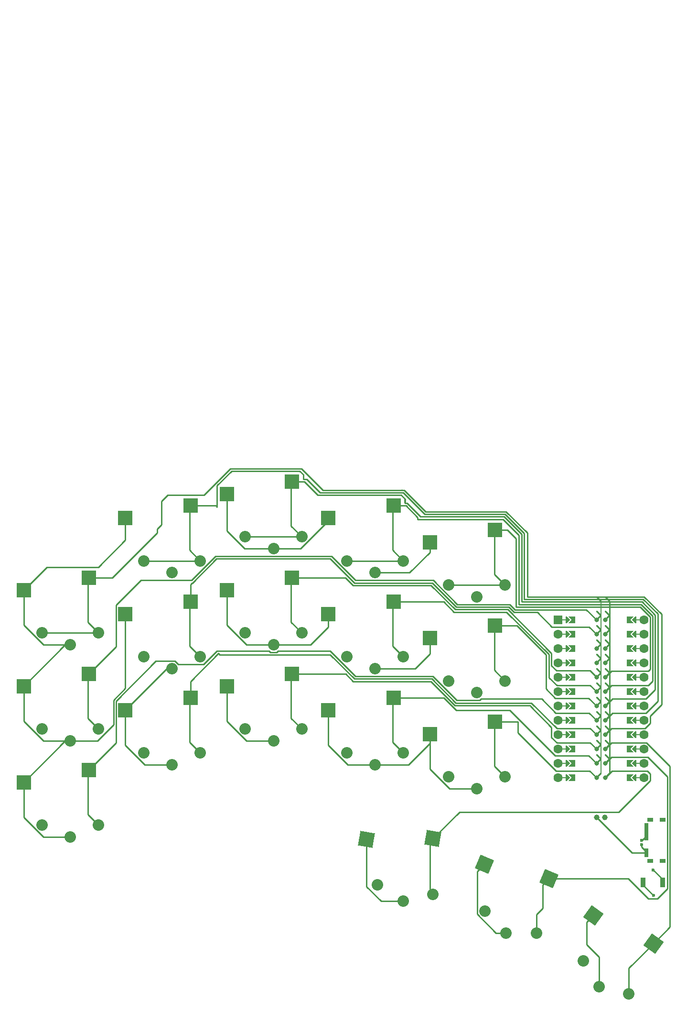
<source format=gbr>
%TF.GenerationSoftware,KiCad,Pcbnew,6.0.5*%
%TF.CreationDate,2022-06-05T22:04:44+02:00*%
%TF.ProjectId,main,6d61696e-2e6b-4696-9361-645f70636258,v1.0.0*%
%TF.SameCoordinates,Original*%
%TF.FileFunction,Copper,L1,Top*%
%TF.FilePolarity,Positive*%
%FSLAX46Y46*%
G04 Gerber Fmt 4.6, Leading zero omitted, Abs format (unit mm)*
G04 Created by KiCad (PCBNEW 6.0.5) date 2022-06-05 22:04:44*
%MOMM*%
%LPD*%
G01*
G04 APERTURE LIST*
G04 Aperture macros list*
%AMRotRect*
0 Rectangle, with rotation*
0 The origin of the aperture is its center*
0 $1 length*
0 $2 width*
0 $3 Rotation angle, in degrees counterclockwise*
0 Add horizontal line*
21,1,$1,$2,0,0,$3*%
%AMFreePoly0*
4,1,5,0.125000,-0.500000,-0.125000,-0.500000,-0.125000,0.500000,0.125000,0.500000,0.125000,-0.500000,0.125000,-0.500000,$1*%
%AMFreePoly1*
4,1,6,0.600000,0.200000,0.000000,-0.400000,-0.600000,0.200000,-0.600000,0.400000,0.600000,0.400000,0.600000,0.200000,0.600000,0.200000,$1*%
%AMFreePoly2*
4,1,6,0.600000,-0.250000,-0.600000,-0.250000,-0.600000,1.000000,0.000000,0.400000,0.600000,1.000000,0.600000,-0.250000,0.600000,-0.250000,$1*%
%AMFreePoly3*
4,1,49,0.088388,4.152388,0.854389,3.386388,0.867708,3.368551,0.871189,3.365530,0.871982,3.362827,0.875852,3.357644,0.882333,3.327543,0.891000,3.298000,0.891000,0.766000,0.887805,0.743969,0.888131,0.739371,0.886780,0.736898,0.885852,0.730498,0.869154,0.704638,0.854389,0.677612,0.088388,-0.088388,0.064607,-0.106146,0.062500,-0.108253,0.061385,-0.108552,0.059644,-0.109852,
0.043810,-0.113261,0.000000,-0.125000,-0.004774,-0.123721,-0.009154,-0.124664,-0.028953,-0.117242,-0.062500,-0.108253,-0.068237,-0.102516,-0.075052,-0.099961,-0.087614,-0.083139,-0.108253,-0.062500,-0.111178,-0.051584,-0.117161,-0.043572,-0.118539,-0.024114,-0.125000,0.000000,-0.121239,0.014035,-0.122131,0.026629,-0.113759,0.041953,-0.108253,0.062500,-0.095642,0.075111,-0.088388,0.088388,
0.641000,0.817777,0.641000,3.246223,-0.088388,3.975612,-0.109852,4.004356,-0.124664,4.073154,-0.099961,4.139052,-0.043572,4.181161,0.026629,4.186131,0.088388,4.152388,0.088388,4.152388,$1*%
%AMFreePoly4*
4,1,49,0.088388,4.152388,0.850389,3.390388,0.863708,3.372551,0.867189,3.369530,0.867982,3.366827,0.871852,3.361644,0.878333,3.331543,0.887000,3.302000,0.887000,0.762000,0.883805,0.739969,0.884131,0.735371,0.882780,0.732898,0.881852,0.726498,0.865154,0.700638,0.850389,0.673612,0.088388,-0.088388,0.064607,-0.106146,0.062500,-0.108253,0.061385,-0.108552,0.059644,-0.109852,
0.043810,-0.113261,0.000000,-0.125000,-0.004774,-0.123721,-0.009154,-0.124664,-0.028953,-0.117242,-0.062500,-0.108253,-0.068237,-0.102516,-0.075052,-0.099961,-0.087614,-0.083139,-0.108253,-0.062500,-0.111178,-0.051584,-0.117161,-0.043572,-0.118539,-0.024114,-0.125000,0.000000,-0.121239,0.014035,-0.122131,0.026629,-0.113759,0.041953,-0.108253,0.062500,-0.095642,0.075111,-0.088388,0.088388,
0.637000,0.813777,0.637000,3.250223,-0.088388,3.975612,-0.109852,4.004356,-0.124664,4.073154,-0.099961,4.139052,-0.043572,4.181161,0.026629,4.186131,0.088388,4.152388,0.088388,4.152388,$1*%
G04 Aperture macros list end*
%TA.AperFunction,ComponentPad*%
%ADD10C,1.000000*%
%TD*%
%TA.AperFunction,SMDPad,CuDef*%
%ADD11RotRect,2.600000X2.600000X324.000000*%
%TD*%
%TA.AperFunction,ComponentPad*%
%ADD12C,0.600000*%
%TD*%
%TA.AperFunction,ComponentPad*%
%ADD13C,2.032000*%
%TD*%
%TA.AperFunction,SMDPad,CuDef*%
%ADD14R,2.600000X2.600000*%
%TD*%
%TA.AperFunction,SMDPad,CuDef*%
%ADD15RotRect,2.600000X2.600000X337.000000*%
%TD*%
%TA.AperFunction,SMDPad,CuDef*%
%ADD16R,1.000000X0.800000*%
%TD*%
%TA.AperFunction,SMDPad,CuDef*%
%ADD17R,0.700000X1.500000*%
%TD*%
%TA.AperFunction,SMDPad,CuDef*%
%ADD18RotRect,2.600000X2.600000X350.000000*%
%TD*%
%TA.AperFunction,SMDPad,CuDef*%
%ADD19R,0.900000X1.700000*%
%TD*%
%TA.AperFunction,ComponentPad*%
%ADD20C,1.600000*%
%TD*%
%TA.AperFunction,SMDPad,CuDef*%
%ADD21FreePoly0,90.000000*%
%TD*%
%TA.AperFunction,SMDPad,CuDef*%
%ADD22FreePoly1,90.000000*%
%TD*%
%TA.AperFunction,SMDPad,CuDef*%
%ADD23FreePoly0,270.000000*%
%TD*%
%TA.AperFunction,SMDPad,CuDef*%
%ADD24FreePoly1,270.000000*%
%TD*%
%TA.AperFunction,ComponentPad*%
%ADD25R,1.600000X1.600000*%
%TD*%
%TA.AperFunction,SMDPad,CuDef*%
%ADD26FreePoly2,270.000000*%
%TD*%
%TA.AperFunction,SMDPad,CuDef*%
%ADD27FreePoly3,270.000000*%
%TD*%
%TA.AperFunction,ComponentPad*%
%ADD28C,0.800000*%
%TD*%
%TA.AperFunction,SMDPad,CuDef*%
%ADD29FreePoly2,90.000000*%
%TD*%
%TA.AperFunction,SMDPad,CuDef*%
%ADD30FreePoly4,90.000000*%
%TD*%
%TA.AperFunction,Conductor*%
%ADD31C,0.250000*%
%TD*%
G04 APERTURE END LIST*
D10*
%TO.P,,1*%
%TO.N,pos*%
X111250000Y-2500000D03*
%TO.P,,2*%
%TO.N,GND*%
X112750000Y-2500000D03*
%TD*%
D11*
%TO.P,S36,1*%
%TO.N,P14*%
X121318485Y-24803309D03*
%TO.P,S36,2*%
%TO.N,GND*%
X110681211Y-19794226D03*
%TD*%
D12*
%TO.P,REF\u002A\u002A,1*%
%TO.N,RAW*%
X119250000Y-6500000D03*
%TD*%
D13*
%TO.P,S7,1*%
%TO.N,P6*%
X41000000Y8950000D03*
X31000000Y8950000D03*
%TO.P,S7,2*%
%TO.N,GND*%
X36000000Y6850000D03*
X36000000Y6850000D03*
%TD*%
D14*
%TO.P,S30,1*%
%TO.N,P21*%
X93275000Y48450000D03*
%TO.P,S30,2*%
%TO.N,GND*%
X81725000Y46250000D03*
%TD*%
%TO.P,S6,1*%
%TO.N,P15*%
X21275000Y39950000D03*
%TO.P,S6,2*%
%TO.N,GND*%
X9725000Y37750000D03*
%TD*%
D13*
%TO.P,S5,1*%
%TO.N,P15*%
X23000000Y30200000D03*
X13000000Y30200000D03*
%TO.P,S5,2*%
%TO.N,GND*%
X18000000Y28100000D03*
X18000000Y28100000D03*
%TD*%
%TO.P,S1,1*%
%TO.N,P5*%
X13000000Y-3800000D03*
X23000000Y-3800000D03*
%TO.P,S1,2*%
%TO.N,GND*%
X18000000Y-5900000D03*
X18000000Y-5900000D03*
%TD*%
%TO.P,S35,1*%
%TO.N,P14*%
X108892963Y-27827301D03*
X116983133Y-33705154D03*
%TO.P,S35,2*%
%TO.N,GND*%
X111703699Y-32465163D03*
X111703699Y-32465163D03*
%TD*%
D14*
%TO.P,S14,1*%
%TO.N,P7*%
X57275000Y22950000D03*
%TO.P,S14,2*%
%TO.N,GND*%
X45725000Y20750000D03*
%TD*%
%TO.P,S16,1*%
%TO.N,P2*%
X57275000Y39950000D03*
%TO.P,S16,2*%
%TO.N,GND*%
X45725000Y37750000D03*
%TD*%
%TO.P,S12,1*%
%TO.N,P18*%
X39275000Y52700000D03*
%TO.P,S12,2*%
%TO.N,GND*%
X27725000Y50500000D03*
%TD*%
D13*
%TO.P,S3,1*%
%TO.N,P1*%
X13000000Y13200000D03*
X23000000Y13200000D03*
%TO.P,S3,2*%
%TO.N,GND*%
X18000000Y11100000D03*
X18000000Y11100000D03*
%TD*%
D14*
%TO.P,S20,1*%
%TO.N,P8*%
X75275000Y18700000D03*
%TO.P,S20,2*%
%TO.N,GND*%
X63725000Y16500000D03*
%TD*%
D13*
%TO.P,S31,1*%
%TO.N,P10*%
X82264176Y-16110510D03*
X72416098Y-14374029D03*
%TO.P,S31,2*%
%TO.N,GND*%
X76975476Y-17310366D03*
X76975476Y-17310366D03*
%TD*%
D14*
%TO.P,S8,1*%
%TO.N,P6*%
X39275000Y18700000D03*
%TO.P,S8,2*%
%TO.N,GND*%
X27725000Y16500000D03*
%TD*%
D15*
%TO.P,S34,1*%
%TO.N,P16*%
X102847741Y-13281036D03*
%TO.P,S34,2*%
%TO.N,GND*%
X91356301Y-10793202D03*
%TD*%
D16*
%TO.P,,*%
%TO.N,*%
X122930000Y-10150000D03*
X120720000Y-2850000D03*
X122930000Y-2850000D03*
X120720000Y-10150000D03*
D17*
%TO.P,,1*%
%TO.N,pos*%
X120070000Y-8750000D03*
%TO.P,,2*%
%TO.N,RAW*%
X120070000Y-5750000D03*
%TO.P,,3*%
%TO.N,N/C*%
X120070000Y-4250000D03*
%TD*%
D14*
%TO.P,S4,1*%
%TO.N,P1*%
X21275000Y22950000D03*
%TO.P,S4,2*%
%TO.N,GND*%
X9725000Y20750000D03*
%TD*%
D13*
%TO.P,S29,1*%
%TO.N,P21*%
X85000000Y38700000D03*
X95000000Y38700000D03*
%TO.P,S29,2*%
%TO.N,GND*%
X90000000Y36600000D03*
X90000000Y36600000D03*
%TD*%
D18*
%TO.P,S32,1*%
%TO.N,P10*%
X82258452Y-6209092D03*
%TO.P,S32,2*%
%TO.N,GND*%
X70501897Y-6370032D03*
%TD*%
D14*
%TO.P,S22,1*%
%TO.N,P3*%
X75275000Y35700000D03*
%TO.P,S22,2*%
%TO.N,GND*%
X63725000Y33500000D03*
%TD*%
D13*
%TO.P,S23,1*%
%TO.N,P20*%
X77000000Y42950000D03*
X67000000Y42950000D03*
%TO.P,S23,2*%
%TO.N,GND*%
X72000000Y40850000D03*
X72000000Y40850000D03*
%TD*%
%TO.P,S25,1*%
%TO.N,P9*%
X95000000Y4700000D03*
X85000000Y4700000D03*
%TO.P,S25,2*%
%TO.N,GND*%
X90000000Y2600000D03*
X90000000Y2600000D03*
%TD*%
D14*
%TO.P,S24,1*%
%TO.N,P20*%
X75275000Y52700000D03*
%TO.P,S24,2*%
%TO.N,GND*%
X63725000Y50500000D03*
%TD*%
D19*
%TO.P,,1*%
%TO.N,RST*%
X122929022Y-14000000D03*
%TO.P,,2*%
%TO.N,GND*%
X119529022Y-14000000D03*
%TD*%
D14*
%TO.P,S10,1*%
%TO.N,P0*%
X39275000Y35700000D03*
%TO.P,S10,2*%
%TO.N,GND*%
X27725000Y33500000D03*
%TD*%
D12*
%TO.P,REF\u002A\u002A,1*%
%TO.N,GND*%
X121329022Y-16250000D03*
%TD*%
D13*
%TO.P,S27,1*%
%TO.N,P4*%
X85000000Y21700000D03*
X95000000Y21700000D03*
%TO.P,S27,2*%
%TO.N,GND*%
X90000000Y19600000D03*
X90000000Y19600000D03*
%TD*%
%TO.P,S33,1*%
%TO.N,P16*%
X91420934Y-19022658D03*
X100625983Y-22929969D03*
%TO.P,S33,2*%
%TO.N,GND*%
X95202923Y-22909374D03*
X95202923Y-22909374D03*
%TD*%
%TO.P,S15,1*%
%TO.N,P2*%
X59000000Y30200000D03*
X49000000Y30200000D03*
%TO.P,S15,2*%
%TO.N,GND*%
X54000000Y28100000D03*
X54000000Y28100000D03*
%TD*%
D14*
%TO.P,S28,1*%
%TO.N,P4*%
X93275000Y31450000D03*
%TO.P,S28,2*%
%TO.N,GND*%
X81725000Y29250000D03*
%TD*%
D13*
%TO.P,S9,1*%
%TO.N,P0*%
X31000000Y25950000D03*
X41000000Y25950000D03*
%TO.P,S9,2*%
%TO.N,GND*%
X36000000Y23850000D03*
X36000000Y23850000D03*
%TD*%
D20*
%TO.P,MCU1,*%
%TO.N,*%
X119620000Y4530000D03*
D21*
X105650000Y27390000D03*
D22*
X106158000Y17230000D03*
D20*
X119620000Y19770000D03*
D22*
X106158000Y27390000D03*
D20*
X119620000Y7070000D03*
X104380000Y19770000D03*
D23*
X118350000Y7070000D03*
D24*
X117842000Y9610000D03*
X117842000Y32470000D03*
D21*
X105650000Y29930000D03*
D22*
X106158000Y29930000D03*
X106158000Y12150000D03*
D23*
X118350000Y17230000D03*
X118350000Y24850000D03*
X118350000Y22310000D03*
X118350000Y4530000D03*
D24*
X117842000Y4530000D03*
D23*
X118350000Y9610000D03*
D24*
X117842000Y24850000D03*
X117842000Y7070000D03*
X117842000Y17230000D03*
D20*
X104380000Y12150000D03*
X119620000Y32470000D03*
D21*
X105650000Y14690000D03*
D25*
X104380000Y32470000D03*
D23*
X118350000Y19770000D03*
X118350000Y14690000D03*
D21*
X105650000Y32470000D03*
D22*
X106158000Y9610000D03*
D20*
X104380000Y4530000D03*
D21*
X105650000Y9610000D03*
D20*
X104380000Y32470000D03*
D22*
X106158000Y22310000D03*
X106158000Y7070000D03*
D24*
X117842000Y12150000D03*
D20*
X119620000Y27390000D03*
D21*
X105650000Y7070000D03*
D20*
X119620000Y22310000D03*
X119620000Y17230000D03*
X104380000Y17230000D03*
D24*
X117842000Y22310000D03*
D22*
X106158000Y14690000D03*
D20*
X119620000Y14690000D03*
X104380000Y9610000D03*
D21*
X105650000Y4530000D03*
D20*
X104380000Y24850000D03*
D22*
X106158000Y24850000D03*
D24*
X117842000Y14690000D03*
X117842000Y27390000D03*
D20*
X104380000Y29930000D03*
D22*
X106158000Y32470000D03*
X106158000Y4530000D03*
D20*
X119620000Y9610000D03*
D21*
X105650000Y12150000D03*
D20*
X104380000Y27390000D03*
X119620000Y29930000D03*
D23*
X118350000Y29930000D03*
D20*
X119620000Y12150000D03*
X119620000Y24850000D03*
D23*
X118350000Y32470000D03*
D24*
X117842000Y29930000D03*
D20*
X104380000Y7070000D03*
D21*
X105650000Y19770000D03*
D24*
X117842000Y19770000D03*
D21*
X105650000Y17230000D03*
X105650000Y24850000D03*
X105650000Y22310000D03*
D20*
X104380000Y22310000D03*
D23*
X118350000Y27390000D03*
D22*
X106158000Y19770000D03*
D20*
X104380000Y14690000D03*
D23*
X118350000Y12150000D03*
D26*
%TO.P,MCU1,1*%
%TO.N,RAW*%
X116826000Y32470000D03*
D27*
X112762000Y32470000D03*
D28*
X112762000Y32470000D03*
D27*
%TO.P,MCU1,2*%
%TO.N,GND*%
X112762000Y29930000D03*
D26*
X116826000Y29930000D03*
D28*
X112762000Y29930000D03*
D26*
%TO.P,MCU1,3*%
%TO.N,RST*%
X116826000Y27390000D03*
D28*
X112762000Y27390000D03*
D27*
X112762000Y27390000D03*
D26*
%TO.P,MCU1,4*%
%TO.N,VCC*%
X116826000Y24850000D03*
D28*
X112762000Y24850000D03*
D27*
X112762000Y24850000D03*
%TO.P,MCU1,5*%
%TO.N,P21*%
X112762000Y22310000D03*
D28*
X112762000Y22310000D03*
D26*
X116826000Y22310000D03*
%TO.P,MCU1,6*%
%TO.N,P20*%
X116826000Y19770000D03*
D27*
X112762000Y19770000D03*
D28*
X112762000Y19770000D03*
D26*
%TO.P,MCU1,7*%
%TO.N,P19*%
X116826000Y17230000D03*
D27*
X112762000Y17230000D03*
D28*
X112762000Y17230000D03*
%TO.P,MCU1,8*%
%TO.N,P18*%
X112762000Y14690000D03*
D26*
X116826000Y14690000D03*
D27*
X112762000Y14690000D03*
D26*
%TO.P,MCU1,9*%
%TO.N,P15*%
X116826000Y12150000D03*
D28*
X112762000Y12150000D03*
D27*
X112762000Y12150000D03*
%TO.P,MCU1,10*%
%TO.N,P14*%
X112762000Y9610000D03*
D26*
X116826000Y9610000D03*
D28*
X112762000Y9610000D03*
%TO.P,MCU1,11*%
%TO.N,P16*%
X112762000Y7070000D03*
D26*
X116826000Y7070000D03*
D27*
X112762000Y7070000D03*
D28*
%TO.P,MCU1,12*%
%TO.N,P10*%
X112762000Y4530000D03*
D27*
X112762000Y4530000D03*
D26*
X116826000Y4530000D03*
D28*
%TO.P,MCU1,13*%
%TO.N,P9*%
X111238000Y4530000D03*
D29*
X107174000Y4530000D03*
D30*
X111238000Y4530000D03*
D28*
%TO.P,MCU1,14*%
%TO.N,P8*%
X111238000Y7070000D03*
D29*
X107174000Y7070000D03*
D30*
X111238000Y7070000D03*
%TO.P,MCU1,15*%
%TO.N,P7*%
X111238000Y9610000D03*
D29*
X107174000Y9610000D03*
D28*
X111238000Y9610000D03*
D29*
%TO.P,MCU1,16*%
%TO.N,P6*%
X107174000Y12150000D03*
D28*
X111238000Y12150000D03*
D30*
X111238000Y12150000D03*
%TO.P,MCU1,17*%
%TO.N,P5*%
X111238000Y14690000D03*
D28*
X111238000Y14690000D03*
D29*
X107174000Y14690000D03*
D28*
%TO.P,MCU1,18*%
%TO.N,P4*%
X111238000Y17230000D03*
D29*
X107174000Y17230000D03*
D30*
X111238000Y17230000D03*
%TO.P,MCU1,19*%
%TO.N,P3*%
X111238000Y19770000D03*
D28*
X111238000Y19770000D03*
D29*
X107174000Y19770000D03*
D30*
%TO.P,MCU1,20*%
%TO.N,P2*%
X111238000Y22310000D03*
D28*
X111238000Y22310000D03*
D29*
X107174000Y22310000D03*
D28*
%TO.P,MCU1,21*%
%TO.N,GND*%
X111238000Y24850000D03*
D29*
X107174000Y24850000D03*
D30*
X111238000Y24850000D03*
D29*
%TO.P,MCU1,22*%
X107174000Y27390000D03*
D28*
X111238000Y27390000D03*
D30*
X111238000Y27390000D03*
D28*
%TO.P,MCU1,23*%
%TO.N,P0*%
X111238000Y29930000D03*
D30*
X111238000Y29930000D03*
D29*
X107174000Y29930000D03*
D30*
%TO.P,MCU1,24*%
%TO.N,P1*%
X111238000Y32470000D03*
D29*
X107174000Y32470000D03*
D28*
X111238000Y32470000D03*
%TD*%
D13*
%TO.P,S11,1*%
%TO.N,P18*%
X31000000Y42950000D03*
X41000000Y42950000D03*
%TO.P,S11,2*%
%TO.N,GND*%
X36000000Y40850000D03*
X36000000Y40850000D03*
%TD*%
D12*
%TO.P,REF\u002A\u002A,1*%
%TO.N,pos*%
X119250000Y-7250000D03*
%TD*%
D14*
%TO.P,S26,1*%
%TO.N,P9*%
X93275000Y14450000D03*
%TO.P,S26,2*%
%TO.N,GND*%
X81725000Y12250000D03*
%TD*%
D13*
%TO.P,S17,1*%
%TO.N,P19*%
X49000000Y47200000D03*
X59000000Y47200000D03*
%TO.P,S17,2*%
%TO.N,GND*%
X54000000Y45100000D03*
X54000000Y45100000D03*
%TD*%
D14*
%TO.P,S18,1*%
%TO.N,P19*%
X57275000Y56950000D03*
%TO.P,S18,2*%
%TO.N,GND*%
X45725000Y54750000D03*
%TD*%
D12*
%TO.P,REF\u002A\u002A,1*%
%TO.N,RST*%
X121270978Y-11750000D03*
%TD*%
D13*
%TO.P,S21,1*%
%TO.N,P3*%
X67000000Y25950000D03*
X77000000Y25950000D03*
%TO.P,S21,2*%
%TO.N,GND*%
X72000000Y23850000D03*
X72000000Y23850000D03*
%TD*%
%TO.P,S13,1*%
%TO.N,P7*%
X49000000Y13200000D03*
X59000000Y13200000D03*
%TO.P,S13,2*%
%TO.N,GND*%
X54000000Y11100000D03*
X54000000Y11100000D03*
%TD*%
%TO.P,S19,1*%
%TO.N,P8*%
X77000000Y8950000D03*
X67000000Y8950000D03*
%TO.P,S19,2*%
%TO.N,GND*%
X72000000Y6850000D03*
X72000000Y6850000D03*
%TD*%
D14*
%TO.P,S2,1*%
%TO.N,P5*%
X21275000Y5950000D03*
%TO.P,S2,2*%
%TO.N,GND*%
X9725000Y3750000D03*
%TD*%
D31*
%TO.N,P5*%
X109928000Y16000000D02*
X111238000Y14690000D01*
X33166489Y25190511D02*
X36555259Y25190511D01*
X90795770Y18500000D02*
X101519700Y18500000D01*
X53444741Y26759489D02*
X54555259Y26759489D01*
X53204230Y27000000D02*
X53444741Y26759489D01*
X43945770Y27000000D02*
X53204230Y27000000D01*
X21275000Y5950000D02*
X26100489Y10775489D01*
X104019700Y16000000D02*
X109928000Y16000000D01*
X90555259Y18259489D02*
X90795770Y18500000D01*
X21125479Y5800479D02*
X21125479Y-1925479D01*
X26100489Y10775489D02*
X26100489Y18124511D01*
X26100489Y18124511D02*
X33166489Y25190511D01*
X54555259Y26759489D02*
X54795770Y27000000D01*
X101519700Y18500000D02*
X104019700Y16000000D01*
X21125479Y-1925479D02*
X23000000Y-3800000D01*
X82250000Y22500000D02*
X86490511Y18259489D01*
X36555259Y25190511D02*
X37136281Y24609489D01*
X37136281Y24609489D02*
X41555259Y24609489D01*
X64054230Y27000000D02*
X68554230Y22500000D01*
X41555259Y24609489D02*
X43945770Y27000000D01*
X21275000Y5950000D02*
X21125479Y5800479D01*
X86490511Y18259489D02*
X90555259Y18259489D01*
X68554230Y22500000D02*
X82250000Y22500000D01*
X54795770Y27000000D02*
X64054230Y27000000D01*
%TO.N,GND*%
X49204230Y28100000D02*
X54000000Y28100000D01*
X81725000Y46250000D02*
X81725000Y44475000D01*
X9725000Y37750000D02*
X9725000Y31579230D01*
X9725000Y-2420770D02*
X13204230Y-5900000D01*
X63725000Y10329230D02*
X67204230Y6850000D01*
X70501897Y-14751897D02*
X73060366Y-17310366D01*
X31204230Y6850000D02*
X36000000Y6850000D01*
X81725000Y29250000D02*
X81725000Y26475000D01*
X81725000Y6079230D02*
X85204230Y2600000D01*
X63725000Y50029230D02*
X63725000Y50500000D01*
X22946535Y41824521D02*
X13799521Y41824521D01*
X73060366Y-17310366D02*
X76975476Y-17310366D01*
X45725000Y54750000D02*
X45725000Y48275000D01*
X81725000Y26475000D02*
X79100000Y23850000D01*
X81725000Y44475000D02*
X78100000Y40850000D01*
X18000000Y11100000D02*
X17075000Y11100000D01*
X91356301Y-10793202D02*
X90080423Y-12069080D01*
X27725000Y20384740D02*
X25650969Y18310709D01*
X70501897Y-6370032D02*
X70501897Y-14751897D01*
X45725000Y37750000D02*
X45725000Y31579230D01*
X81725000Y12250000D02*
X81725000Y6079230D01*
X119529022Y-14450000D02*
X121329022Y-16250000D01*
X9725000Y14579230D02*
X13204230Y11100000D01*
X90080423Y-12069080D02*
X90080423Y-19577917D01*
X45725000Y31579230D02*
X49204230Y28100000D01*
X58795770Y45100000D02*
X63725000Y50029230D01*
X17075000Y11100000D02*
X9725000Y3750000D01*
X63725000Y16500000D02*
X63725000Y10329230D01*
X13799521Y41824521D02*
X9725000Y37750000D01*
X111703699Y-27173812D02*
X111703699Y-32465163D01*
X67204230Y6850000D02*
X72000000Y6850000D01*
X9725000Y20750000D02*
X9725000Y14579230D01*
X90080423Y-19577917D02*
X93411880Y-22909374D01*
X77875000Y6850000D02*
X72000000Y6850000D01*
X54000000Y45100000D02*
X58795770Y45100000D01*
X27725000Y16500000D02*
X35075000Y23850000D01*
X9725000Y31579230D02*
X13204230Y28100000D01*
X49204230Y11100000D02*
X54000000Y11100000D01*
X13204230Y11100000D02*
X18000000Y11100000D01*
X35075000Y23850000D02*
X36000000Y23850000D01*
X17075000Y28100000D02*
X18000000Y28100000D01*
X45725000Y20750000D02*
X45725000Y14579230D01*
X81725000Y12250000D02*
X81725000Y10700000D01*
X93411880Y-22909374D02*
X95202923Y-22909374D01*
X27725000Y46602986D02*
X22946535Y41824521D01*
X60600000Y28100000D02*
X54000000Y28100000D01*
X85204230Y2600000D02*
X90000000Y2600000D01*
X27725000Y10329230D02*
X31204230Y6850000D01*
X78100000Y40850000D02*
X72000000Y40850000D01*
X109496618Y-24966731D02*
X111703699Y-27173812D01*
X109496618Y-20978819D02*
X109496618Y-24966731D01*
X27725000Y33500000D02*
X27725000Y20384740D01*
X45725000Y14579230D02*
X49204230Y11100000D01*
X27725000Y50500000D02*
X27725000Y46602986D01*
X63725000Y33500000D02*
X63725000Y31225000D01*
X9725000Y20750000D02*
X17075000Y28100000D01*
X25650969Y13955199D02*
X22795770Y11100000D01*
X27725000Y16500000D02*
X27725000Y10329230D01*
X79100000Y23850000D02*
X72000000Y23850000D01*
X81725000Y10700000D02*
X77875000Y6850000D01*
X110681211Y-19794226D02*
X109496618Y-20978819D01*
X63725000Y31225000D02*
X60600000Y28100000D01*
X22795770Y11100000D02*
X18000000Y11100000D01*
X9725000Y3750000D02*
X9725000Y-2420770D01*
X25650969Y18310709D02*
X25650969Y13955199D01*
X48900000Y45100000D02*
X54000000Y45100000D01*
X45725000Y48275000D02*
X48900000Y45100000D01*
X13204230Y-5900000D02*
X18000000Y-5900000D01*
X13204230Y28100000D02*
X18000000Y28100000D01*
X119529022Y-14000000D02*
X119529022Y-14450000D01*
%TO.N,P1*%
X64250000Y43750000D02*
X68500000Y39500000D01*
X30475978Y39500000D02*
X39445770Y39500000D01*
X21275000Y22950000D02*
X21125479Y22800479D01*
X21125479Y22800479D02*
X21125479Y15074521D01*
X26100489Y27775489D02*
X26100489Y35124511D01*
X26100489Y35124511D02*
X30475978Y39500000D01*
X21125479Y15074521D02*
X23000000Y13200000D01*
X39445770Y39500000D02*
X43695770Y43750000D01*
X82304230Y39500000D02*
X86554230Y35250000D01*
X86554230Y35250000D02*
X95864283Y35250000D01*
X96813803Y34300480D02*
X109407520Y34300480D01*
X68500000Y39500000D02*
X82304230Y39500000D01*
X43695770Y43750000D02*
X64250000Y43750000D01*
X109407520Y34300480D02*
X111238000Y32470000D01*
X95864283Y35250000D02*
X96813803Y34300480D01*
X21275000Y22950000D02*
X26100489Y27775489D01*
%TO.N,P15*%
X119794811Y13274511D02*
X113886511Y13274511D01*
X25450000Y39950000D02*
X33375479Y47875479D01*
X99000000Y47881174D02*
X99000000Y36598560D01*
X120744511Y14224211D02*
X119794811Y13274511D01*
X95208093Y51673081D02*
X99000000Y47881174D01*
X21275000Y39950000D02*
X25450000Y39950000D01*
X122750000Y33542868D02*
X122750000Y17500000D01*
X99000000Y36598560D02*
X119694308Y36598560D01*
X119694308Y36598560D02*
X122750000Y33542868D01*
X21275000Y39950000D02*
X21125479Y39800479D01*
X113886511Y13274511D02*
X112762000Y12150000D01*
X76750000Y55473561D02*
X76750000Y55500000D01*
X120744511Y15494511D02*
X120744511Y14224211D01*
X58949520Y59274041D02*
X62750000Y55473561D01*
X33375479Y48625479D02*
X34125479Y49375479D01*
X21125479Y32074521D02*
X23000000Y30200000D01*
X122750000Y17500000D02*
X120744511Y15494511D01*
X77162156Y55473561D02*
X80962636Y51673081D01*
X76750000Y55473561D02*
X77162156Y55473561D01*
X41664781Y54574521D02*
X46364302Y59274041D01*
X62750000Y55473561D02*
X76750000Y55473561D01*
X21125479Y39800479D02*
X21125479Y32074521D01*
X34125479Y53476453D02*
X35223547Y54574521D01*
X13000000Y30200000D02*
X23000000Y30200000D01*
X46364302Y59274041D02*
X58949520Y59274041D01*
X80962636Y51673081D02*
X95208093Y51673081D01*
X35223547Y54574521D02*
X41664781Y54574521D01*
X34125479Y49375479D02*
X34125479Y53476453D01*
X33375479Y47875479D02*
X33375479Y48625479D01*
%TO.N,P6*%
X99669731Y17809969D02*
X104205189Y13274511D01*
X104205189Y13274511D02*
X110113489Y13274511D01*
X86304314Y17809969D02*
X99669731Y17809969D01*
X44490511Y26309969D02*
X64059969Y26309969D01*
X110113489Y13274511D02*
X111238000Y12150000D01*
X39125479Y18550479D02*
X39125479Y10824521D01*
X39125479Y10824521D02*
X41000000Y8950000D01*
X64059969Y26309969D02*
X68319458Y22050480D01*
X44250000Y26550480D02*
X44490511Y26309969D01*
X39275000Y18700000D02*
X39275000Y21575480D01*
X39275000Y21575480D02*
X44250000Y26550480D01*
X82063802Y22050480D02*
X86304314Y17809969D01*
X68319458Y22050480D02*
X82063802Y22050480D01*
X39275000Y18700000D02*
X39125479Y18550479D01*
%TO.N,P0*%
X86368033Y34800480D02*
X95678085Y34800480D01*
X82118033Y39050480D02*
X86368033Y34800480D01*
X95678085Y34800480D02*
X96627606Y33850960D01*
X39550480Y39050480D02*
X39631968Y39050480D01*
X68313803Y39050480D02*
X82118033Y39050480D01*
X39275000Y35700000D02*
X39275000Y38775000D01*
X39125479Y27824521D02*
X41000000Y25950000D01*
X64063802Y43300480D02*
X68313803Y39050480D01*
X109918000Y31250000D02*
X111238000Y29930000D01*
X43881968Y43300480D02*
X64063802Y43300480D01*
X96627606Y33850960D02*
X100750018Y33850960D01*
X39631968Y39050480D02*
X43881968Y43300480D01*
X103350978Y31250000D02*
X109918000Y31250000D01*
X39275000Y35700000D02*
X39125479Y35550479D01*
X39275000Y38775000D02*
X39550480Y39050480D01*
X39125479Y35550479D02*
X39125479Y27824521D01*
X100750018Y33850960D02*
X103350978Y31250000D01*
%TO.N,P18*%
X39125479Y44824521D02*
X41000000Y42950000D01*
X59250000Y57399520D02*
X59250000Y58224022D01*
X44000000Y52500000D02*
X43800000Y52700000D01*
X39125479Y52550479D02*
X39125479Y44824521D01*
X44000000Y56274022D02*
X44000000Y52500000D01*
X122093071Y18093071D02*
X122093071Y33564081D01*
X122093071Y33564081D02*
X119508112Y36149040D01*
X59250000Y58224022D02*
X58649501Y58824521D01*
X31000000Y42950000D02*
X41000000Y42950000D01*
X39275000Y52700000D02*
X39125479Y52550479D01*
X80776439Y51223561D02*
X76975959Y55024041D01*
X62250000Y55024041D02*
X59874521Y57399520D01*
X43800000Y52700000D02*
X39275000Y52700000D01*
X95021895Y51223561D02*
X80776439Y51223561D01*
X114072000Y16000000D02*
X120000000Y16000000D01*
X120000000Y16000000D02*
X122093071Y18093071D01*
X98399040Y36149040D02*
X98399040Y47846416D01*
X59874521Y57399520D02*
X59250000Y57399520D01*
X112762000Y14690000D02*
X114072000Y16000000D01*
X76975959Y55024041D02*
X62250000Y55024041D01*
X119508112Y36149040D02*
X98399040Y36149040D01*
X98399040Y47846416D02*
X95021895Y51223561D01*
X46550499Y58824521D02*
X44000000Y56274022D01*
X58649501Y58824521D02*
X46550499Y58824521D01*
%TO.N,P7*%
X68133261Y21600960D02*
X81877604Y21600960D01*
X103255489Y13494511D02*
X103255489Y11684211D01*
X99483533Y17266467D02*
X103255489Y13494511D01*
X57275000Y22950000D02*
X57125479Y22800479D01*
X103255489Y11684211D02*
X104205189Y10734511D01*
X66784221Y22950000D02*
X68133261Y21600960D01*
X99483533Y17360449D02*
X99483533Y17266467D01*
X104205189Y10734511D02*
X110113489Y10734511D01*
X57125479Y15074521D02*
X59000000Y13200000D01*
X86118117Y17360449D02*
X99483533Y17360449D01*
X57125479Y22800479D02*
X57125479Y15074521D01*
X57275000Y22950000D02*
X66784221Y22950000D01*
X110113489Y10734511D02*
X111238000Y9610000D01*
X81877604Y21600960D02*
X86118117Y17360449D01*
%TO.N,P2*%
X66778566Y39950000D02*
X68127606Y38600960D01*
X57125479Y32074521D02*
X59000000Y30200000D01*
X95491888Y34350960D02*
X103255489Y26587359D01*
X57125479Y39800479D02*
X57125479Y32074521D01*
X104139700Y23500000D02*
X110048000Y23500000D01*
X103255489Y26587359D02*
X103255489Y24384211D01*
X57275000Y39950000D02*
X66778566Y39950000D01*
X68127606Y38600960D02*
X81931835Y38600960D01*
X57275000Y39950000D02*
X57125479Y39800479D01*
X81931835Y38600960D02*
X86181836Y34350960D01*
X103255489Y24384211D02*
X104139700Y23500000D01*
X86181836Y34350960D02*
X95491888Y34350960D01*
X110048000Y23500000D02*
X111238000Y22310000D01*
%TO.N,P19*%
X94835698Y50774041D02*
X97949520Y47660219D01*
X97949520Y35699520D02*
X119321914Y35699520D01*
X57125479Y49074521D02*
X59000000Y47200000D01*
X120000000Y18500000D02*
X114032000Y18500000D01*
X61826453Y54574521D02*
X76649501Y54574521D01*
X77350480Y53873542D02*
X77350480Y53149520D01*
X121643551Y20143551D02*
X120000000Y18500000D01*
X57275000Y56950000D02*
X57125479Y56800479D01*
X80012651Y50774041D02*
X94835698Y50774041D01*
X49000000Y47200000D02*
X59000000Y47200000D01*
X57125479Y56800479D02*
X57125479Y49074521D01*
X57275000Y56950000D02*
X59450974Y56950000D01*
X97949520Y47660219D02*
X97949520Y35699520D01*
X121643551Y33377883D02*
X121643551Y20143551D01*
X77637172Y53149520D02*
X80012651Y50774041D01*
X114032000Y18500000D02*
X112762000Y17230000D01*
X76649501Y54574521D02*
X77350480Y53873542D01*
X77350480Y53149520D02*
X77637172Y53149520D01*
X77250000Y53250000D02*
X77350480Y53149520D01*
X119321914Y35699520D02*
X121643551Y33377883D01*
X77350480Y53149520D02*
X77250000Y53974022D01*
X77250000Y53974022D02*
X77250000Y53250000D01*
X59450974Y56950000D02*
X61826453Y54574521D01*
%TO.N,P8*%
X95899700Y16500000D02*
X103914211Y8485489D01*
X109822511Y8485489D02*
X111238000Y7070000D01*
X75125479Y10824521D02*
X77000000Y8950000D01*
X84142849Y18700000D02*
X86342849Y16500000D01*
X75125479Y18550479D02*
X75125479Y10824521D01*
X103914211Y8485489D02*
X109822511Y8485489D01*
X86342849Y16500000D02*
X95899700Y16500000D01*
X75275000Y18700000D02*
X84142849Y18700000D01*
X75275000Y18700000D02*
X75125479Y18550479D01*
%TO.N,P3*%
X75275000Y35700000D02*
X75125479Y35550479D01*
X75125479Y27824521D02*
X77000000Y25950000D01*
X85995639Y33901440D02*
X95305690Y33901440D01*
X75275000Y35700000D02*
X84197078Y35700000D01*
X102805969Y26401161D02*
X102805969Y22293731D01*
X95305690Y33901440D02*
X102805969Y26401161D01*
X104205189Y20894511D02*
X110113489Y20894511D01*
X102805969Y22293731D02*
X104205189Y20894511D01*
X75125479Y35550479D02*
X75125479Y27824521D01*
X110113489Y20894511D02*
X111238000Y19770000D01*
X84197078Y35700000D02*
X85995639Y33901440D01*
%TO.N,P20*%
X77450974Y52700000D02*
X79500000Y50650974D01*
X120394511Y20894511D02*
X113886511Y20894511D01*
X97500000Y47474022D02*
X97500000Y35250000D01*
X85324521Y50324521D02*
X94649501Y50324521D01*
X85103441Y50324521D02*
X85324521Y50324521D01*
X75275000Y52700000D02*
X75125479Y52550479D01*
X97500000Y35250000D02*
X119135717Y35250000D01*
X85250000Y50250000D02*
X85324521Y50324521D01*
X79500000Y50250000D02*
X85250000Y50250000D01*
X75125479Y52550479D02*
X75125479Y44824521D01*
X79500000Y50650974D02*
X79500000Y50250000D01*
X75275000Y52700000D02*
X77450974Y52700000D01*
X67000000Y42950000D02*
X77000000Y42950000D01*
X94649501Y50324521D02*
X97500000Y47474022D01*
X121194031Y21694031D02*
X120394511Y20894511D01*
X113886511Y20894511D02*
X112762000Y19770000D01*
X75125479Y44824521D02*
X77000000Y42950000D01*
X119135717Y35250000D02*
X121194031Y33191686D01*
X121194031Y33191686D02*
X121194031Y21694031D01*
%TO.N,P9*%
X97313982Y14450000D02*
X97313982Y12545718D01*
X110018000Y5750000D02*
X111238000Y4530000D01*
X93275000Y14450000D02*
X93125479Y14300479D01*
X93125479Y14300479D02*
X93125479Y6574521D01*
X104109700Y5750000D02*
X110018000Y5750000D01*
X93125479Y6574521D02*
X95000000Y4700000D01*
X93275000Y14450000D02*
X97313982Y14450000D01*
X97313982Y12545718D02*
X104109700Y5750000D01*
%TO.N,P4*%
X97121412Y31450000D02*
X102285706Y26285706D01*
X93125479Y31300479D02*
X93125479Y23574521D01*
X93125479Y23574521D02*
X95000000Y21700000D01*
X93275000Y31450000D02*
X93125479Y31300479D01*
X102285706Y26285706D02*
X102285706Y20273994D01*
X102285706Y20273994D02*
X103914211Y18645489D01*
X103914211Y18645489D02*
X109822511Y18645489D01*
X109822511Y18645489D02*
X111238000Y17230000D01*
X93275000Y31450000D02*
X97121412Y31450000D01*
%TO.N,P21*%
X93275000Y48450000D02*
X93125479Y48300479D01*
X113886511Y23434511D02*
X112762000Y22310000D01*
X93275000Y48450000D02*
X95450974Y48450000D01*
X93125479Y48300479D02*
X93125479Y40574521D01*
X95450974Y48450000D02*
X97000000Y46900974D01*
X97000000Y34750000D02*
X119000000Y34750000D01*
X120744511Y33005489D02*
X120744511Y23744511D01*
X97000000Y46900974D02*
X97000000Y34750000D01*
X119000000Y34750000D02*
X120744511Y33005489D01*
X85000000Y38700000D02*
X95000000Y38700000D01*
X93125479Y40574521D02*
X95000000Y38700000D01*
X120744511Y23744511D02*
X120434511Y23434511D01*
X120434511Y23434511D02*
X113886511Y23434511D01*
%TO.N,P10*%
X120750000Y4069700D02*
X120750000Y5281278D01*
X86967544Y-1500000D02*
X115180300Y-1500000D01*
X82258452Y-6209092D02*
X81700698Y-6766846D01*
X81700698Y-15547032D02*
X82264176Y-16110510D01*
X120750000Y5281278D02*
X120281278Y5750000D01*
X120281278Y5750000D02*
X113982000Y5750000D01*
X81700698Y-6766846D02*
X81700698Y-15547032D01*
X113982000Y5750000D02*
X112762000Y4530000D01*
X115180300Y-1500000D02*
X120750000Y4069700D01*
X82258452Y-6209092D02*
X86967544Y-1500000D01*
%TO.N,P16*%
X100625983Y-19624017D02*
X100625983Y-22929969D01*
X101701482Y-18548518D02*
X100625983Y-19624017D01*
X122003533Y-16874511D02*
X123800480Y-15077564D01*
X113886511Y8194511D02*
X112762000Y7070000D01*
X116861036Y-13281036D02*
X120454511Y-16874511D01*
X120305489Y8194511D02*
X113886511Y8194511D01*
X123800480Y-15077564D02*
X123800480Y4699520D01*
X123800480Y4699520D02*
X120305489Y8194511D01*
X102847741Y-13281036D02*
X116861036Y-13281036D01*
X120454511Y-16874511D02*
X122003533Y-16874511D01*
X102847741Y-13281036D02*
X101701482Y-14427295D01*
X101701482Y-14427295D02*
X101701482Y-18548518D01*
%TO.N,P14*%
X116983133Y-29138661D02*
X116983133Y-33705154D01*
X113902000Y10750000D02*
X112762000Y9610000D01*
X124250000Y6570300D02*
X120070300Y10750000D01*
X121318485Y-24803309D02*
X124250000Y-21871794D01*
X121318485Y-24803309D02*
X116983133Y-29138661D01*
X120070300Y10750000D02*
X113902000Y10750000D01*
X124250000Y-21871794D02*
X124250000Y6570300D01*
%TO.N,RAW*%
X119320000Y-6500000D02*
X120070000Y-5750000D01*
X119250000Y-6500000D02*
X119320000Y-6500000D01*
%TO.N,RST*%
X122929022Y-14000000D02*
X122929022Y-13408044D01*
X122929022Y-13408044D02*
X121270978Y-11750000D01*
%TO.N,pos*%
X119750000Y-8750000D02*
X120070000Y-8750000D01*
X119250000Y-7750000D02*
X119750000Y-8250000D01*
X117500000Y-8750000D02*
X120070000Y-8750000D01*
X119250000Y-7250000D02*
X119250000Y-7750000D01*
X111250000Y-2500000D02*
X117500000Y-8750000D01*
%TD*%
M02*

</source>
